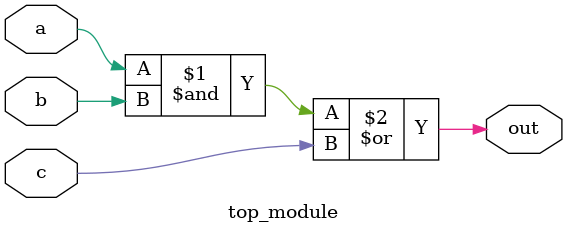
<source format=v>

module top_module (input a, input b, input c, output out); assign out = (a & b | c); endmodule

</source>
